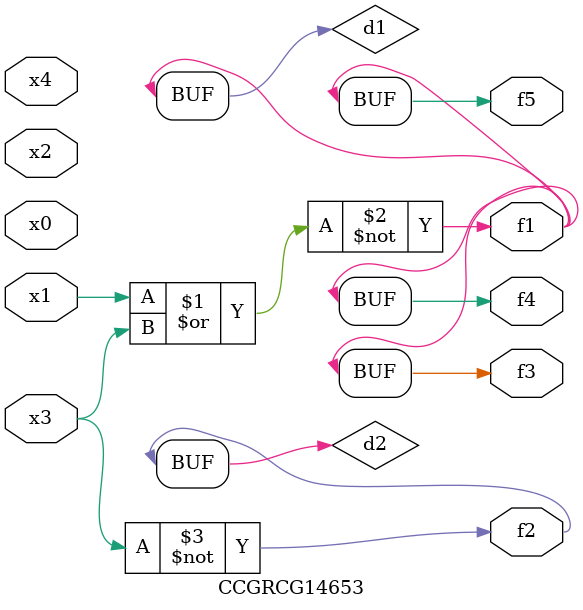
<source format=v>
module CCGRCG14653(
	input x0, x1, x2, x3, x4,
	output f1, f2, f3, f4, f5
);

	wire d1, d2;

	nor (d1, x1, x3);
	not (d2, x3);
	assign f1 = d1;
	assign f2 = d2;
	assign f3 = d1;
	assign f4 = d1;
	assign f5 = d1;
endmodule

</source>
